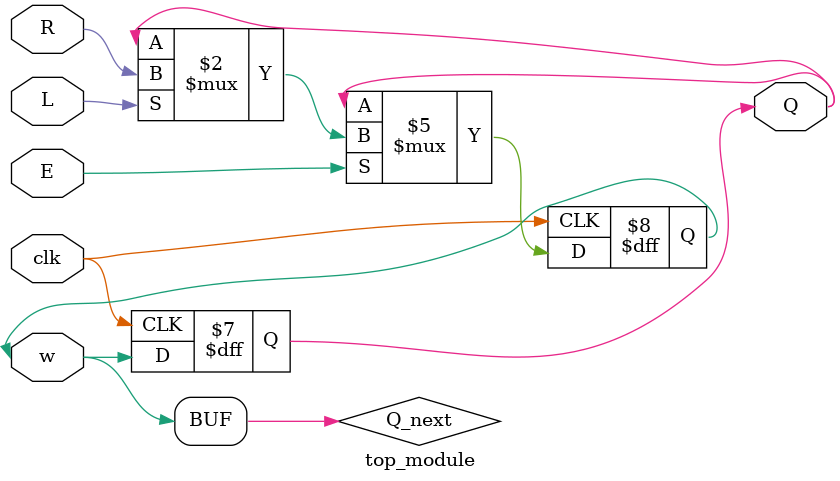
<source format=sv>
module top_module (
	input clk,
	input w,
	input R,
	input E,
	input L,
	output reg Q
);

	reg Q_next;
	
	always @(posedge clk) begin
		if (E) begin
			Q_next <= L ? R : Q;
		end else begin
			Q_next <= Q;
		end
	end

	always @(posedge clk) begin
		Q <= Q_next;
	end

	assign Q_next = w;

endmodule

</source>
